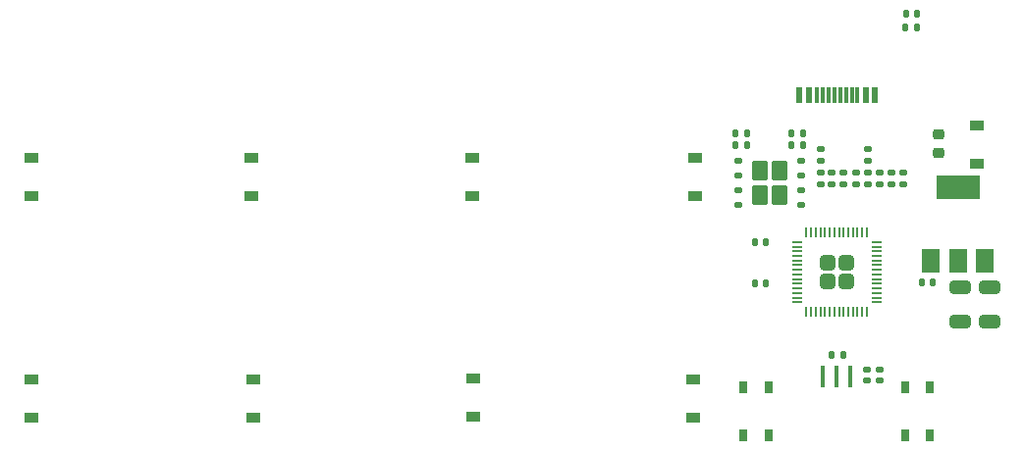
<source format=gbr>
%TF.GenerationSoftware,KiCad,Pcbnew,7.0.7*%
%TF.CreationDate,2023-12-20T03:25:26+09:00*%
%TF.ProjectId,RP2040_8key,52503230-3430-45f3-986b-65792e6b6963,rev?*%
%TF.SameCoordinates,Original*%
%TF.FileFunction,Paste,Top*%
%TF.FilePolarity,Positive*%
%FSLAX46Y46*%
G04 Gerber Fmt 4.6, Leading zero omitted, Abs format (unit mm)*
G04 Created by KiCad (PCBNEW 7.0.7) date 2023-12-20 03:25:26*
%MOMM*%
%LPD*%
G01*
G04 APERTURE LIST*
G04 Aperture macros list*
%AMRoundRect*
0 Rectangle with rounded corners*
0 $1 Rounding radius*
0 $2 $3 $4 $5 $6 $7 $8 $9 X,Y pos of 4 corners*
0 Add a 4 corners polygon primitive as box body*
4,1,4,$2,$3,$4,$5,$6,$7,$8,$9,$2,$3,0*
0 Add four circle primitives for the rounded corners*
1,1,$1+$1,$2,$3*
1,1,$1+$1,$4,$5*
1,1,$1+$1,$6,$7*
1,1,$1+$1,$8,$9*
0 Add four rect primitives between the rounded corners*
20,1,$1+$1,$2,$3,$4,$5,0*
20,1,$1+$1,$4,$5,$6,$7,0*
20,1,$1+$1,$6,$7,$8,$9,0*
20,1,$1+$1,$8,$9,$2,$3,0*%
G04 Aperture macros list end*
%ADD10RoundRect,0.250000X-0.650000X0.325000X-0.650000X-0.325000X0.650000X-0.325000X0.650000X0.325000X0*%
%ADD11RoundRect,0.250000X-0.435000X-0.615000X0.435000X-0.615000X0.435000X0.615000X-0.435000X0.615000X0*%
%ADD12RoundRect,0.125000X-0.250000X-0.125000X0.250000X-0.125000X0.250000X0.125000X-0.250000X0.125000X0*%
%ADD13RoundRect,0.135000X-0.135000X-0.185000X0.135000X-0.185000X0.135000X0.185000X-0.135000X0.185000X0*%
%ADD14R,0.600000X1.450000*%
%ADD15R,0.300000X1.450000*%
%ADD16R,1.200000X0.900000*%
%ADD17RoundRect,0.218750X-0.256250X0.218750X-0.256250X-0.218750X0.256250X-0.218750X0.256250X0.218750X0*%
%ADD18RoundRect,0.147500X0.147500X0.172500X-0.147500X0.172500X-0.147500X-0.172500X0.147500X-0.172500X0*%
%ADD19RoundRect,0.135000X0.135000X0.185000X-0.135000X0.185000X-0.135000X-0.185000X0.135000X-0.185000X0*%
%ADD20R,1.500000X2.000000*%
%ADD21R,3.800000X2.000000*%
%ADD22RoundRect,0.135000X0.185000X-0.135000X0.185000X0.135000X-0.185000X0.135000X-0.185000X-0.135000X0*%
%ADD23R,0.650000X1.050000*%
%ADD24RoundRect,0.140000X0.170000X-0.140000X0.170000X0.140000X-0.170000X0.140000X-0.170000X-0.140000X0*%
%ADD25RoundRect,0.140000X0.140000X0.170000X-0.140000X0.170000X-0.140000X-0.170000X0.140000X-0.170000X0*%
%ADD26RoundRect,0.140000X-0.170000X0.140000X-0.170000X-0.140000X0.170000X-0.140000X0.170000X0.140000X0*%
%ADD27RoundRect,0.140000X-0.140000X-0.170000X0.140000X-0.170000X0.140000X0.170000X-0.140000X0.170000X0*%
%ADD28RoundRect,0.249999X-0.395001X-0.395001X0.395001X-0.395001X0.395001X0.395001X-0.395001X0.395001X0*%
%ADD29RoundRect,0.050000X-0.387500X-0.050000X0.387500X-0.050000X0.387500X0.050000X-0.387500X0.050000X0*%
%ADD30RoundRect,0.050000X-0.050000X-0.387500X0.050000X-0.387500X0.050000X0.387500X-0.050000X0.387500X0*%
%ADD31RoundRect,0.135000X-0.185000X0.135000X-0.185000X-0.135000X0.185000X-0.135000X0.185000X0.135000X0*%
%ADD32R,0.400000X1.900000*%
G04 APERTURE END LIST*
D10*
%TO.C,C2*%
X189100000Y-114925000D03*
X189100000Y-117875000D03*
%TD*%
%TO.C,C1*%
X191600000Y-114925000D03*
X191600000Y-117875000D03*
%TD*%
D11*
%TO.C,U3*%
X171800000Y-104825000D03*
X171800000Y-106975000D03*
X173500000Y-104825000D03*
X173500000Y-106975000D03*
D12*
X169950000Y-103995000D03*
X169950000Y-105265000D03*
X169950000Y-106535000D03*
X169950000Y-107805000D03*
X175350000Y-107805000D03*
X175350000Y-106535000D03*
X175350000Y-105265000D03*
X175350000Y-103995000D03*
%TD*%
D13*
%TO.C,R1*%
X184390000Y-92500000D03*
X185410000Y-92500000D03*
%TD*%
D14*
%TO.C,J1*%
X181750000Y-98345000D03*
X180950000Y-98345000D03*
D15*
X179750000Y-98345000D03*
X178750000Y-98345000D03*
X178250000Y-98345000D03*
X177250000Y-98345000D03*
D14*
X176050000Y-98345000D03*
X175250000Y-98345000D03*
X175250000Y-98345000D03*
X176050000Y-98345000D03*
D15*
X176750000Y-98345000D03*
X177750000Y-98345000D03*
X179250000Y-98345000D03*
X180250000Y-98345000D03*
D14*
X180950000Y-98345000D03*
X181750000Y-98345000D03*
%TD*%
D16*
%TO.C,SD1*%
X190550000Y-104200000D03*
X190550000Y-100900000D03*
%TD*%
D17*
%TO.C,F1*%
X187250000Y-101712500D03*
X187250000Y-103287500D03*
%TD*%
D18*
%TO.C,STLED1*%
X185385000Y-91300000D03*
X184415000Y-91300000D03*
%TD*%
D16*
%TO.C,D7*%
X147100000Y-126100000D03*
X147100000Y-122800000D03*
%TD*%
%TO.C,D1*%
X109000000Y-107050000D03*
X109000000Y-103750000D03*
%TD*%
%TO.C,D8*%
X166100000Y-126150000D03*
X166100000Y-122850000D03*
%TD*%
D19*
%TO.C,R7*%
X170760000Y-101600000D03*
X169740000Y-101600000D03*
%TD*%
D20*
%TO.C,U1*%
X186600000Y-112600000D03*
X188900000Y-112600000D03*
X191200000Y-112600000D03*
D21*
X188900000Y-106300000D03*
%TD*%
D22*
%TO.C,R5*%
X180150000Y-106010000D03*
X180150000Y-104990000D03*
%TD*%
D23*
%TO.C,SW9*%
X170425000Y-127675000D03*
X170425000Y-123525000D03*
X172575000Y-127675000D03*
X172575000Y-123525000D03*
%TD*%
D24*
%TO.C,C6*%
X183150000Y-105980000D03*
X183150000Y-105020000D03*
%TD*%
D25*
%TO.C,C15*%
X175530000Y-102600000D03*
X174570000Y-102600000D03*
%TD*%
D26*
%TO.C,C4*%
X182150000Y-122020000D03*
X182150000Y-122980000D03*
%TD*%
D19*
%TO.C,R6*%
X179010000Y-120750000D03*
X177990000Y-120750000D03*
%TD*%
%TO.C,R8*%
X170760000Y-102600000D03*
X169740000Y-102600000D03*
%TD*%
D24*
%TO.C,C7*%
X184150000Y-105980000D03*
X184150000Y-105020000D03*
%TD*%
D27*
%TO.C,C8*%
X185770000Y-114500000D03*
X186730000Y-114500000D03*
%TD*%
D28*
%TO.C,U2*%
X177650000Y-112800000D03*
X177650000Y-114400000D03*
X179250000Y-112800000D03*
X179250000Y-114400000D03*
D29*
X175012500Y-111000000D03*
X175012500Y-111400000D03*
X175012500Y-111800000D03*
X175012500Y-112200000D03*
X175012500Y-112600000D03*
X175012500Y-113000000D03*
X175012500Y-113400000D03*
X175012500Y-113800000D03*
X175012500Y-114200000D03*
X175012500Y-114600000D03*
X175012500Y-115000000D03*
X175012500Y-115400000D03*
X175012500Y-115800000D03*
X175012500Y-116200000D03*
D30*
X175850000Y-117037500D03*
X176250000Y-117037500D03*
X176650000Y-117037500D03*
X177050000Y-117037500D03*
X177450000Y-117037500D03*
X177850000Y-117037500D03*
X178250000Y-117037500D03*
X178650000Y-117037500D03*
X179050000Y-117037500D03*
X179450000Y-117037500D03*
X179850000Y-117037500D03*
X180250000Y-117037500D03*
X180650000Y-117037500D03*
X181050000Y-117037500D03*
D29*
X181887500Y-116200000D03*
X181887500Y-115800000D03*
X181887500Y-115400000D03*
X181887500Y-115000000D03*
X181887500Y-114600000D03*
X181887500Y-114200000D03*
X181887500Y-113800000D03*
X181887500Y-113400000D03*
X181887500Y-113000000D03*
X181887500Y-112600000D03*
X181887500Y-112200000D03*
X181887500Y-111800000D03*
X181887500Y-111400000D03*
X181887500Y-111000000D03*
D30*
X181050000Y-110162500D03*
X180650000Y-110162500D03*
X180250000Y-110162500D03*
X179850000Y-110162500D03*
X179450000Y-110162500D03*
X179050000Y-110162500D03*
X178650000Y-110162500D03*
X178250000Y-110162500D03*
X177850000Y-110162500D03*
X177450000Y-110162500D03*
X177050000Y-110162500D03*
X176650000Y-110162500D03*
X176250000Y-110162500D03*
X175850000Y-110162500D03*
%TD*%
D16*
%TO.C,D2*%
X128000000Y-107050000D03*
X128000000Y-103750000D03*
%TD*%
D25*
%TO.C,C11*%
X172330000Y-111000000D03*
X171370000Y-111000000D03*
%TD*%
D24*
%TO.C,C5*%
X178050000Y-105980000D03*
X178050000Y-105020000D03*
%TD*%
D25*
%TO.C,C14*%
X175530000Y-101600000D03*
X174570000Y-101600000D03*
%TD*%
D26*
%TO.C,C9*%
X181050000Y-122020000D03*
X181050000Y-122980000D03*
%TD*%
D16*
%TO.C,D5*%
X109000000Y-126150000D03*
X109000000Y-122850000D03*
%TD*%
D31*
%TO.C,R2*%
X181150000Y-102990000D03*
X181150000Y-104010000D03*
%TD*%
D25*
%TO.C,C10*%
X172330000Y-114600000D03*
X171370000Y-114600000D03*
%TD*%
D16*
%TO.C,D3*%
X147000000Y-107050000D03*
X147000000Y-103750000D03*
%TD*%
D23*
%TO.C,SW10*%
X184325000Y-127675000D03*
X184325000Y-123525000D03*
X186475000Y-127675000D03*
X186475000Y-123525000D03*
%TD*%
D22*
%TO.C,R4*%
X179050000Y-106010000D03*
X179050000Y-104990000D03*
%TD*%
D16*
%TO.C,D6*%
X128100000Y-126150000D03*
X128100000Y-122850000D03*
%TD*%
D24*
%TO.C,C3*%
X177050000Y-105980000D03*
X177050000Y-105020000D03*
%TD*%
D16*
%TO.C,D4*%
X166200000Y-107050000D03*
X166200000Y-103750000D03*
%TD*%
D24*
%TO.C,C13*%
X182150000Y-105980000D03*
X182150000Y-105020000D03*
%TD*%
D32*
%TO.C,Y1*%
X177250000Y-122600000D03*
X178450000Y-122600000D03*
X179650000Y-122600000D03*
%TD*%
D31*
%TO.C,R3*%
X177050000Y-102990000D03*
X177050000Y-104010000D03*
%TD*%
D24*
%TO.C,C12*%
X181150000Y-105980000D03*
X181150000Y-105020000D03*
%TD*%
M02*

</source>
